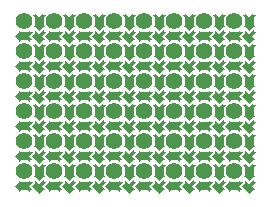
<source format=gbl>
G04 DipTrace 5.1.0.1*
G04 2 - Bottom.gbl*
%MOIN*%
G04 #@! TF.FileFunction,Copper,L2,Bot*
G04 #@! TF.Part,Single*
G04 #@! TA.AperFunction,ComponentPad*
%ADD15C,0.055118*%
%FSLAX26Y26*%
G04*
G70*
G90*
G75*
G01*
G04 Bottom*
%LPD*%
D15*
X712402Y941732D3*
X812402D3*
X912402D3*
X1012402D3*
X1112402D3*
X1212402D3*
X1312402D3*
X1412402D3*
X712402Y841732D3*
X812402D3*
X912402D3*
X1012402D3*
X1112402D3*
X1212402D3*
X1312402D3*
X1412402D3*
X712402Y741732D3*
X812402D3*
X912402D3*
X1012402D3*
X1112402D3*
X1212402D3*
X1312402D3*
X1412402D3*
X712402Y641732D3*
X812402D3*
X912402D3*
X1012402D3*
X1112402D3*
X1212402D3*
X1312402D3*
X1412402D3*
X712402Y541732D3*
X812402D3*
X912402D3*
X1012402D3*
X1112402D3*
X1212402D3*
X1312402D3*
X1412402D3*
X712402Y1041732D3*
X812402D3*
X912402D3*
X1012402D3*
X1112402D3*
X1212402D3*
X1312402D3*
X1412402D3*
G36*
X737008Y891732D2*
X762402Y866339D1*
X774094Y878031D1*
X782992D1*
X769291Y891732D1*
X782953Y905394D1*
X776063D1*
Y912283D1*
X762402Y898622D1*
X748701Y912323D1*
Y903425D1*
X737008Y891732D1*
G37*
G36*
X740748Y922047D2*
X749606D1*
X762402Y909252D1*
X775197Y922047D1*
X784055D1*
X776181Y929921D1*
Y953543D1*
X784055Y961417D1*
X775709D1*
Y969409D1*
X762402Y956102D1*
X748701Y969409D1*
Y961417D1*
X740748D1*
X748622Y953543D1*
Y929921D1*
X740748Y922047D1*
G37*
G36*
X692717Y913386D2*
Y904528D1*
X679921Y891732D1*
X692717Y878937D1*
Y870079D1*
X700591Y877953D1*
X724213D1*
X732087Y870079D1*
Y878425D1*
X740079D1*
X726772Y891732D1*
X740079Y905433D1*
X732087D1*
Y913386D1*
X724213Y905512D1*
X700591D1*
X692717Y913386D1*
G37*
G36*
X837008Y891732D2*
X862402Y866339D1*
X874094Y878031D1*
X882992D1*
X869291Y891732D1*
X882953Y905394D1*
X876063D1*
Y912283D1*
X862402Y898622D1*
X848701Y912323D1*
Y903425D1*
X837008Y891732D1*
G37*
G36*
X840748Y922047D2*
X849606D1*
X862402Y909252D1*
X875197Y922047D1*
X884055D1*
X876181Y929921D1*
Y953543D1*
X884055Y961417D1*
X875709D1*
Y969409D1*
X862402Y956102D1*
X848701Y969409D1*
Y961417D1*
X840748D1*
X848622Y953543D1*
Y929921D1*
X840748Y922047D1*
G37*
G36*
X792717Y913386D2*
Y904528D1*
X779921Y891732D1*
X792717Y878937D1*
Y870079D1*
X800591Y877953D1*
X824213D1*
X832087Y870079D1*
Y878425D1*
X840079D1*
X826772Y891732D1*
X840079Y905433D1*
X832087D1*
Y913386D1*
X824213Y905512D1*
X800591D1*
X792717Y913386D1*
G37*
G36*
X937008Y891732D2*
X962402Y866339D1*
X974094Y878031D1*
X982992D1*
X969291Y891732D1*
X982953Y905394D1*
X976063D1*
Y912283D1*
X962402Y898622D1*
X948701Y912323D1*
Y903425D1*
X937008Y891732D1*
G37*
G36*
X940748Y922047D2*
X949606D1*
X962402Y909252D1*
X975197Y922047D1*
X984055D1*
X976181Y929921D1*
Y953543D1*
X984055Y961417D1*
X975709D1*
Y969409D1*
X962402Y956102D1*
X948701Y969409D1*
Y961417D1*
X940748D1*
X948622Y953543D1*
Y929921D1*
X940748Y922047D1*
G37*
G36*
X892717Y913386D2*
Y904528D1*
X879921Y891732D1*
X892717Y878937D1*
Y870079D1*
X900591Y877953D1*
X924213D1*
X932087Y870079D1*
Y878425D1*
X940079D1*
X926772Y891732D1*
X940079Y905433D1*
X932087D1*
Y913386D1*
X924213Y905512D1*
X900591D1*
X892717Y913386D1*
G37*
G36*
X1037008Y891732D2*
X1062402Y866339D1*
X1074094Y878031D1*
X1082992D1*
X1069291Y891732D1*
X1082953Y905394D1*
X1076063D1*
Y912283D1*
X1062402Y898622D1*
X1048701Y912323D1*
Y903425D1*
X1037008Y891732D1*
G37*
G36*
X1040748Y922047D2*
X1049606D1*
X1062402Y909252D1*
X1075197Y922047D1*
X1084055D1*
X1076181Y929921D1*
Y953543D1*
X1084055Y961417D1*
X1075709D1*
Y969409D1*
X1062402Y956102D1*
X1048701Y969409D1*
Y961417D1*
X1040748D1*
X1048622Y953543D1*
Y929921D1*
X1040748Y922047D1*
G37*
G36*
X992717Y913386D2*
Y904528D1*
X979921Y891732D1*
X992717Y878937D1*
Y870079D1*
X1000591Y877953D1*
X1024213D1*
X1032087Y870079D1*
Y878425D1*
X1040079D1*
X1026772Y891732D1*
X1040079Y905433D1*
X1032087D1*
Y913386D1*
X1024213Y905512D1*
X1000591D1*
X992717Y913386D1*
G37*
G36*
X1137008Y891732D2*
X1162402Y866339D1*
X1174094Y878031D1*
X1182992D1*
X1169291Y891732D1*
X1182953Y905394D1*
X1176063D1*
Y912283D1*
X1162402Y898622D1*
X1148701Y912323D1*
Y903425D1*
X1137008Y891732D1*
G37*
G36*
X1140748Y922047D2*
X1149606D1*
X1162402Y909252D1*
X1175197Y922047D1*
X1184055D1*
X1176181Y929921D1*
Y953543D1*
X1184055Y961417D1*
X1175709D1*
Y969409D1*
X1162402Y956102D1*
X1148701Y969409D1*
Y961417D1*
X1140748D1*
X1148622Y953543D1*
Y929921D1*
X1140748Y922047D1*
G37*
G36*
X1092717Y913386D2*
Y904528D1*
X1079921Y891732D1*
X1092717Y878937D1*
Y870079D1*
X1100591Y877953D1*
X1124213D1*
X1132087Y870079D1*
Y878425D1*
X1140079D1*
X1126772Y891732D1*
X1140079Y905433D1*
X1132087D1*
Y913386D1*
X1124213Y905512D1*
X1100591D1*
X1092717Y913386D1*
G37*
G36*
X1237008Y891732D2*
X1262402Y866339D1*
X1274094Y878031D1*
X1282992D1*
X1269291Y891732D1*
X1282953Y905394D1*
X1276063D1*
Y912283D1*
X1262402Y898622D1*
X1248701Y912323D1*
Y903425D1*
X1237008Y891732D1*
G37*
G36*
X1240748Y922047D2*
X1249606D1*
X1262402Y909252D1*
X1275197Y922047D1*
X1284055D1*
X1276181Y929921D1*
Y953543D1*
X1284055Y961417D1*
X1275709D1*
Y969409D1*
X1262402Y956102D1*
X1248701Y969409D1*
Y961417D1*
X1240748D1*
X1248622Y953543D1*
Y929921D1*
X1240748Y922047D1*
G37*
G36*
X1192717Y913386D2*
Y904528D1*
X1179921Y891732D1*
X1192717Y878937D1*
Y870079D1*
X1200591Y877953D1*
X1224213D1*
X1232087Y870079D1*
Y878425D1*
X1240079D1*
X1226772Y891732D1*
X1240079Y905433D1*
X1232087D1*
Y913386D1*
X1224213Y905512D1*
X1200591D1*
X1192717Y913386D1*
G37*
G36*
X1337008Y891732D2*
X1362402Y866339D1*
X1374094Y878031D1*
X1382992D1*
X1369291Y891732D1*
X1382953Y905394D1*
X1376063D1*
Y912283D1*
X1362402Y898622D1*
X1348701Y912323D1*
Y903425D1*
X1337008Y891732D1*
G37*
G36*
X1340748Y922047D2*
X1349606D1*
X1362402Y909252D1*
X1375197Y922047D1*
X1384055D1*
X1376181Y929921D1*
Y953543D1*
X1384055Y961417D1*
X1375709D1*
Y969409D1*
X1362402Y956102D1*
X1348701Y969409D1*
Y961417D1*
X1340748D1*
X1348622Y953543D1*
Y929921D1*
X1340748Y922047D1*
G37*
G36*
X1292717Y913386D2*
Y904528D1*
X1279921Y891732D1*
X1292717Y878937D1*
Y870079D1*
X1300591Y877953D1*
X1324213D1*
X1332087Y870079D1*
Y878425D1*
X1340079D1*
X1326772Y891732D1*
X1340079Y905433D1*
X1332087D1*
Y913386D1*
X1324213Y905512D1*
X1300591D1*
X1292717Y913386D1*
G37*
G36*
X1437008Y891732D2*
X1462402Y866339D1*
X1474094Y878031D1*
X1482992D1*
X1469291Y891732D1*
X1482953Y905394D1*
X1476063D1*
Y912283D1*
X1462402Y898622D1*
X1448701Y912323D1*
Y903425D1*
X1437008Y891732D1*
G37*
G36*
X1440748Y922047D2*
X1449606D1*
X1462402Y909252D1*
X1475197Y922047D1*
X1484055D1*
X1476181Y929921D1*
Y953543D1*
X1484055Y961417D1*
X1475709D1*
Y969409D1*
X1462402Y956102D1*
X1448701Y969409D1*
Y961417D1*
X1440748D1*
X1448622Y953543D1*
Y929921D1*
X1440748Y922047D1*
G37*
G36*
X1392717Y913386D2*
Y904528D1*
X1379921Y891732D1*
X1392717Y878937D1*
Y870079D1*
X1400591Y877953D1*
X1424213D1*
X1432087Y870079D1*
Y878425D1*
X1440079D1*
X1426772Y891732D1*
X1440079Y905433D1*
X1432087D1*
Y913386D1*
X1424213Y905512D1*
X1400591D1*
X1392717Y913386D1*
G37*
G36*
X737008Y791732D2*
X762402Y766339D1*
X774094Y778031D1*
X782992D1*
X769291Y791732D1*
X782953Y805394D1*
X776063D1*
Y812283D1*
X762402Y798622D1*
X748701Y812323D1*
Y803425D1*
X737008Y791732D1*
G37*
G36*
X740748Y822047D2*
X749606D1*
X762402Y809252D1*
X775197Y822047D1*
X784055D1*
X776181Y829921D1*
Y853543D1*
X784055Y861417D1*
X775709D1*
Y869409D1*
X762402Y856102D1*
X748701Y869409D1*
Y861417D1*
X740748D1*
X748622Y853543D1*
Y829921D1*
X740748Y822047D1*
G37*
G36*
X692717Y813386D2*
Y804528D1*
X679921Y791732D1*
X692717Y778937D1*
Y770079D1*
X700591Y777953D1*
X724213D1*
X732087Y770079D1*
Y778425D1*
X740079D1*
X726772Y791732D1*
X740079Y805433D1*
X732087D1*
Y813386D1*
X724213Y805512D1*
X700591D1*
X692717Y813386D1*
G37*
G36*
X837008Y791732D2*
X862402Y766339D1*
X874094Y778031D1*
X882992D1*
X869291Y791732D1*
X882953Y805394D1*
X876063D1*
Y812283D1*
X862402Y798622D1*
X848701Y812323D1*
Y803425D1*
X837008Y791732D1*
G37*
G36*
X840748Y822047D2*
X849606D1*
X862402Y809252D1*
X875197Y822047D1*
X884055D1*
X876181Y829921D1*
Y853543D1*
X884055Y861417D1*
X875709D1*
Y869409D1*
X862402Y856102D1*
X848701Y869409D1*
Y861417D1*
X840748D1*
X848622Y853543D1*
Y829921D1*
X840748Y822047D1*
G37*
G36*
X792717Y813386D2*
Y804528D1*
X779921Y791732D1*
X792717Y778937D1*
Y770079D1*
X800591Y777953D1*
X824213D1*
X832087Y770079D1*
Y778425D1*
X840079D1*
X826772Y791732D1*
X840079Y805433D1*
X832087D1*
Y813386D1*
X824213Y805512D1*
X800591D1*
X792717Y813386D1*
G37*
G36*
X937008Y791732D2*
X962402Y766339D1*
X974094Y778031D1*
X982992D1*
X969291Y791732D1*
X982953Y805394D1*
X976063D1*
Y812283D1*
X962402Y798622D1*
X948701Y812323D1*
Y803425D1*
X937008Y791732D1*
G37*
G36*
X940748Y822047D2*
X949606D1*
X962402Y809252D1*
X975197Y822047D1*
X984055D1*
X976181Y829921D1*
Y853543D1*
X984055Y861417D1*
X975709D1*
Y869409D1*
X962402Y856102D1*
X948701Y869409D1*
Y861417D1*
X940748D1*
X948622Y853543D1*
Y829921D1*
X940748Y822047D1*
G37*
G36*
X892717Y813386D2*
Y804528D1*
X879921Y791732D1*
X892717Y778937D1*
Y770079D1*
X900591Y777953D1*
X924213D1*
X932087Y770079D1*
Y778425D1*
X940079D1*
X926772Y791732D1*
X940079Y805433D1*
X932087D1*
Y813386D1*
X924213Y805512D1*
X900591D1*
X892717Y813386D1*
G37*
G36*
X1037008Y791732D2*
X1062402Y766339D1*
X1074094Y778031D1*
X1082992D1*
X1069291Y791732D1*
X1082953Y805394D1*
X1076063D1*
Y812283D1*
X1062402Y798622D1*
X1048701Y812323D1*
Y803425D1*
X1037008Y791732D1*
G37*
G36*
X1040748Y822047D2*
X1049606D1*
X1062402Y809252D1*
X1075197Y822047D1*
X1084055D1*
X1076181Y829921D1*
Y853543D1*
X1084055Y861417D1*
X1075709D1*
Y869409D1*
X1062402Y856102D1*
X1048701Y869409D1*
Y861417D1*
X1040748D1*
X1048622Y853543D1*
Y829921D1*
X1040748Y822047D1*
G37*
G36*
X992717Y813386D2*
Y804528D1*
X979921Y791732D1*
X992717Y778937D1*
Y770079D1*
X1000591Y777953D1*
X1024213D1*
X1032087Y770079D1*
Y778425D1*
X1040079D1*
X1026772Y791732D1*
X1040079Y805433D1*
X1032087D1*
Y813386D1*
X1024213Y805512D1*
X1000591D1*
X992717Y813386D1*
G37*
G36*
X1137008Y791732D2*
X1162402Y766339D1*
X1174094Y778031D1*
X1182992D1*
X1169291Y791732D1*
X1182953Y805394D1*
X1176063D1*
Y812283D1*
X1162402Y798622D1*
X1148701Y812323D1*
Y803425D1*
X1137008Y791732D1*
G37*
G36*
X1140748Y822047D2*
X1149606D1*
X1162402Y809252D1*
X1175197Y822047D1*
X1184055D1*
X1176181Y829921D1*
Y853543D1*
X1184055Y861417D1*
X1175709D1*
Y869409D1*
X1162402Y856102D1*
X1148701Y869409D1*
Y861417D1*
X1140748D1*
X1148622Y853543D1*
Y829921D1*
X1140748Y822047D1*
G37*
G36*
X1092717Y813386D2*
Y804528D1*
X1079921Y791732D1*
X1092717Y778937D1*
Y770079D1*
X1100591Y777953D1*
X1124213D1*
X1132087Y770079D1*
Y778425D1*
X1140079D1*
X1126772Y791732D1*
X1140079Y805433D1*
X1132087D1*
Y813386D1*
X1124213Y805512D1*
X1100591D1*
X1092717Y813386D1*
G37*
G36*
X1237008Y791732D2*
X1262402Y766339D1*
X1274094Y778031D1*
X1282992D1*
X1269291Y791732D1*
X1282953Y805394D1*
X1276063D1*
Y812283D1*
X1262402Y798622D1*
X1248701Y812323D1*
Y803425D1*
X1237008Y791732D1*
G37*
G36*
X1240748Y822047D2*
X1249606D1*
X1262402Y809252D1*
X1275197Y822047D1*
X1284055D1*
X1276181Y829921D1*
Y853543D1*
X1284055Y861417D1*
X1275709D1*
Y869409D1*
X1262402Y856102D1*
X1248701Y869409D1*
Y861417D1*
X1240748D1*
X1248622Y853543D1*
Y829921D1*
X1240748Y822047D1*
G37*
G36*
X1192717Y813386D2*
Y804528D1*
X1179921Y791732D1*
X1192717Y778937D1*
Y770079D1*
X1200591Y777953D1*
X1224213D1*
X1232087Y770079D1*
Y778425D1*
X1240079D1*
X1226772Y791732D1*
X1240079Y805433D1*
X1232087D1*
Y813386D1*
X1224213Y805512D1*
X1200591D1*
X1192717Y813386D1*
G37*
G36*
X1337008Y791732D2*
X1362402Y766339D1*
X1374094Y778031D1*
X1382992D1*
X1369291Y791732D1*
X1382953Y805394D1*
X1376063D1*
Y812283D1*
X1362402Y798622D1*
X1348701Y812323D1*
Y803425D1*
X1337008Y791732D1*
G37*
G36*
X1340748Y822047D2*
X1349606D1*
X1362402Y809252D1*
X1375197Y822047D1*
X1384055D1*
X1376181Y829921D1*
Y853543D1*
X1384055Y861417D1*
X1375709D1*
Y869409D1*
X1362402Y856102D1*
X1348701Y869409D1*
Y861417D1*
X1340748D1*
X1348622Y853543D1*
Y829921D1*
X1340748Y822047D1*
G37*
G36*
X1292717Y813386D2*
Y804528D1*
X1279921Y791732D1*
X1292717Y778937D1*
Y770079D1*
X1300591Y777953D1*
X1324213D1*
X1332087Y770079D1*
Y778425D1*
X1340079D1*
X1326772Y791732D1*
X1340079Y805433D1*
X1332087D1*
Y813386D1*
X1324213Y805512D1*
X1300591D1*
X1292717Y813386D1*
G37*
G36*
X1437008Y791732D2*
X1462402Y766339D1*
X1474094Y778031D1*
X1482992D1*
X1469291Y791732D1*
X1482953Y805394D1*
X1476063D1*
Y812283D1*
X1462402Y798622D1*
X1448701Y812323D1*
Y803425D1*
X1437008Y791732D1*
G37*
G36*
X1440748Y822047D2*
X1449606D1*
X1462402Y809252D1*
X1475197Y822047D1*
X1484055D1*
X1476181Y829921D1*
Y853543D1*
X1484055Y861417D1*
X1475709D1*
Y869409D1*
X1462402Y856102D1*
X1448701Y869409D1*
Y861417D1*
X1440748D1*
X1448622Y853543D1*
Y829921D1*
X1440748Y822047D1*
G37*
G36*
X1392717Y813386D2*
Y804528D1*
X1379921Y791732D1*
X1392717Y778937D1*
Y770079D1*
X1400591Y777953D1*
X1424213D1*
X1432087Y770079D1*
Y778425D1*
X1440079D1*
X1426772Y791732D1*
X1440079Y805433D1*
X1432087D1*
Y813386D1*
X1424213Y805512D1*
X1400591D1*
X1392717Y813386D1*
G37*
G36*
X737008Y691732D2*
X762402Y666339D1*
X774094Y678031D1*
X782992D1*
X769291Y691732D1*
X782953Y705394D1*
X776063D1*
Y712283D1*
X762402Y698622D1*
X748701Y712323D1*
Y703425D1*
X737008Y691732D1*
G37*
G36*
X740748Y722047D2*
X749606D1*
X762402Y709252D1*
X775197Y722047D1*
X784055D1*
X776181Y729921D1*
Y753543D1*
X784055Y761417D1*
X775709D1*
Y769409D1*
X762402Y756102D1*
X748701Y769409D1*
Y761417D1*
X740748D1*
X748622Y753543D1*
Y729921D1*
X740748Y722047D1*
G37*
G36*
X692717Y713386D2*
Y704528D1*
X679921Y691732D1*
X692717Y678937D1*
Y670079D1*
X700591Y677953D1*
X724213D1*
X732087Y670079D1*
Y678425D1*
X740079D1*
X726772Y691732D1*
X740079Y705433D1*
X732087D1*
Y713386D1*
X724213Y705512D1*
X700591D1*
X692717Y713386D1*
G37*
G36*
X837008Y691732D2*
X862402Y666339D1*
X874094Y678031D1*
X882992D1*
X869291Y691732D1*
X882953Y705394D1*
X876063D1*
Y712283D1*
X862402Y698622D1*
X848701Y712323D1*
Y703425D1*
X837008Y691732D1*
G37*
G36*
X840748Y722047D2*
X849606D1*
X862402Y709252D1*
X875197Y722047D1*
X884055D1*
X876181Y729921D1*
Y753543D1*
X884055Y761417D1*
X875709D1*
Y769409D1*
X862402Y756102D1*
X848701Y769409D1*
Y761417D1*
X840748D1*
X848622Y753543D1*
Y729921D1*
X840748Y722047D1*
G37*
G36*
X792717Y713386D2*
Y704528D1*
X779921Y691732D1*
X792717Y678937D1*
Y670079D1*
X800591Y677953D1*
X824213D1*
X832087Y670079D1*
Y678425D1*
X840079D1*
X826772Y691732D1*
X840079Y705433D1*
X832087D1*
Y713386D1*
X824213Y705512D1*
X800591D1*
X792717Y713386D1*
G37*
G36*
X937008Y691732D2*
X962402Y666339D1*
X974094Y678031D1*
X982992D1*
X969291Y691732D1*
X982953Y705394D1*
X976063D1*
Y712283D1*
X962402Y698622D1*
X948701Y712323D1*
Y703425D1*
X937008Y691732D1*
G37*
G36*
X940748Y722047D2*
X949606D1*
X962402Y709252D1*
X975197Y722047D1*
X984055D1*
X976181Y729921D1*
Y753543D1*
X984055Y761417D1*
X975709D1*
Y769409D1*
X962402Y756102D1*
X948701Y769409D1*
Y761417D1*
X940748D1*
X948622Y753543D1*
Y729921D1*
X940748Y722047D1*
G37*
G36*
X892717Y713386D2*
Y704528D1*
X879921Y691732D1*
X892717Y678937D1*
Y670079D1*
X900591Y677953D1*
X924213D1*
X932087Y670079D1*
Y678425D1*
X940079D1*
X926772Y691732D1*
X940079Y705433D1*
X932087D1*
Y713386D1*
X924213Y705512D1*
X900591D1*
X892717Y713386D1*
G37*
G36*
X1037008Y691732D2*
X1062402Y666339D1*
X1074094Y678031D1*
X1082992D1*
X1069291Y691732D1*
X1082953Y705394D1*
X1076063D1*
Y712283D1*
X1062402Y698622D1*
X1048701Y712323D1*
Y703425D1*
X1037008Y691732D1*
G37*
G36*
X1040748Y722047D2*
X1049606D1*
X1062402Y709252D1*
X1075197Y722047D1*
X1084055D1*
X1076181Y729921D1*
Y753543D1*
X1084055Y761417D1*
X1075709D1*
Y769409D1*
X1062402Y756102D1*
X1048701Y769409D1*
Y761417D1*
X1040748D1*
X1048622Y753543D1*
Y729921D1*
X1040748Y722047D1*
G37*
G36*
X992717Y713386D2*
Y704528D1*
X979921Y691732D1*
X992717Y678937D1*
Y670079D1*
X1000591Y677953D1*
X1024213D1*
X1032087Y670079D1*
Y678425D1*
X1040079D1*
X1026772Y691732D1*
X1040079Y705433D1*
X1032087D1*
Y713386D1*
X1024213Y705512D1*
X1000591D1*
X992717Y713386D1*
G37*
G36*
X1137008Y691732D2*
X1162402Y666339D1*
X1174094Y678031D1*
X1182992D1*
X1169291Y691732D1*
X1182953Y705394D1*
X1176063D1*
Y712283D1*
X1162402Y698622D1*
X1148701Y712323D1*
Y703425D1*
X1137008Y691732D1*
G37*
G36*
X1140748Y722047D2*
X1149606D1*
X1162402Y709252D1*
X1175197Y722047D1*
X1184055D1*
X1176181Y729921D1*
Y753543D1*
X1184055Y761417D1*
X1175709D1*
Y769409D1*
X1162402Y756102D1*
X1148701Y769409D1*
Y761417D1*
X1140748D1*
X1148622Y753543D1*
Y729921D1*
X1140748Y722047D1*
G37*
G36*
X1092717Y713386D2*
Y704528D1*
X1079921Y691732D1*
X1092717Y678937D1*
Y670079D1*
X1100591Y677953D1*
X1124213D1*
X1132087Y670079D1*
Y678425D1*
X1140079D1*
X1126772Y691732D1*
X1140079Y705433D1*
X1132087D1*
Y713386D1*
X1124213Y705512D1*
X1100591D1*
X1092717Y713386D1*
G37*
G36*
X1237008Y691732D2*
X1262402Y666339D1*
X1274094Y678031D1*
X1282992D1*
X1269291Y691732D1*
X1282953Y705394D1*
X1276063D1*
Y712283D1*
X1262402Y698622D1*
X1248701Y712323D1*
Y703425D1*
X1237008Y691732D1*
G37*
G36*
X1240748Y722047D2*
X1249606D1*
X1262402Y709252D1*
X1275197Y722047D1*
X1284055D1*
X1276181Y729921D1*
Y753543D1*
X1284055Y761417D1*
X1275709D1*
Y769409D1*
X1262402Y756102D1*
X1248701Y769409D1*
Y761417D1*
X1240748D1*
X1248622Y753543D1*
Y729921D1*
X1240748Y722047D1*
G37*
G36*
X1192717Y713386D2*
Y704528D1*
X1179921Y691732D1*
X1192717Y678937D1*
Y670079D1*
X1200591Y677953D1*
X1224213D1*
X1232087Y670079D1*
Y678425D1*
X1240079D1*
X1226772Y691732D1*
X1240079Y705433D1*
X1232087D1*
Y713386D1*
X1224213Y705512D1*
X1200591D1*
X1192717Y713386D1*
G37*
G36*
X1337008Y691732D2*
X1362402Y666339D1*
X1374094Y678031D1*
X1382992D1*
X1369291Y691732D1*
X1382953Y705394D1*
X1376063D1*
Y712283D1*
X1362402Y698622D1*
X1348701Y712323D1*
Y703425D1*
X1337008Y691732D1*
G37*
G36*
X1340748Y722047D2*
X1349606D1*
X1362402Y709252D1*
X1375197Y722047D1*
X1384055D1*
X1376181Y729921D1*
Y753543D1*
X1384055Y761417D1*
X1375709D1*
Y769409D1*
X1362402Y756102D1*
X1348701Y769409D1*
Y761417D1*
X1340748D1*
X1348622Y753543D1*
Y729921D1*
X1340748Y722047D1*
G37*
G36*
X1292717Y713386D2*
Y704528D1*
X1279921Y691732D1*
X1292717Y678937D1*
Y670079D1*
X1300591Y677953D1*
X1324213D1*
X1332087Y670079D1*
Y678425D1*
X1340079D1*
X1326772Y691732D1*
X1340079Y705433D1*
X1332087D1*
Y713386D1*
X1324213Y705512D1*
X1300591D1*
X1292717Y713386D1*
G37*
G36*
X1437008Y691732D2*
X1462402Y666339D1*
X1474094Y678031D1*
X1482992D1*
X1469291Y691732D1*
X1482953Y705394D1*
X1476063D1*
Y712283D1*
X1462402Y698622D1*
X1448701Y712323D1*
Y703425D1*
X1437008Y691732D1*
G37*
G36*
X1440748Y722047D2*
X1449606D1*
X1462402Y709252D1*
X1475197Y722047D1*
X1484055D1*
X1476181Y729921D1*
Y753543D1*
X1484055Y761417D1*
X1475709D1*
Y769409D1*
X1462402Y756102D1*
X1448701Y769409D1*
Y761417D1*
X1440748D1*
X1448622Y753543D1*
Y729921D1*
X1440748Y722047D1*
G37*
G36*
X1392717Y713386D2*
Y704528D1*
X1379921Y691732D1*
X1392717Y678937D1*
Y670079D1*
X1400591Y677953D1*
X1424213D1*
X1432087Y670079D1*
Y678425D1*
X1440079D1*
X1426772Y691732D1*
X1440079Y705433D1*
X1432087D1*
Y713386D1*
X1424213Y705512D1*
X1400591D1*
X1392717Y713386D1*
G37*
G36*
X737008Y591732D2*
X762402Y566339D1*
X774094Y578031D1*
X782992D1*
X769291Y591732D1*
X782953Y605394D1*
X776063D1*
Y612283D1*
X762402Y598622D1*
X748701Y612323D1*
Y603425D1*
X737008Y591732D1*
G37*
G36*
X740748Y622047D2*
X749606D1*
X762402Y609252D1*
X775197Y622047D1*
X784055D1*
X776181Y629921D1*
Y653543D1*
X784055Y661417D1*
X775709D1*
Y669409D1*
X762402Y656102D1*
X748701Y669409D1*
Y661417D1*
X740748D1*
X748622Y653543D1*
Y629921D1*
X740748Y622047D1*
G37*
G36*
X692717Y613386D2*
Y604528D1*
X679921Y591732D1*
X692717Y578937D1*
Y570079D1*
X700591Y577953D1*
X724213D1*
X732087Y570079D1*
Y578425D1*
X740079D1*
X726772Y591732D1*
X740079Y605433D1*
X732087D1*
Y613386D1*
X724213Y605512D1*
X700591D1*
X692717Y613386D1*
G37*
G36*
X837008Y591732D2*
X862402Y566339D1*
X874094Y578031D1*
X882992D1*
X869291Y591732D1*
X882953Y605394D1*
X876063D1*
Y612283D1*
X862402Y598622D1*
X848701Y612323D1*
Y603425D1*
X837008Y591732D1*
G37*
G36*
X840748Y622047D2*
X849606D1*
X862402Y609252D1*
X875197Y622047D1*
X884055D1*
X876181Y629921D1*
Y653543D1*
X884055Y661417D1*
X875709D1*
Y669409D1*
X862402Y656102D1*
X848701Y669409D1*
Y661417D1*
X840748D1*
X848622Y653543D1*
Y629921D1*
X840748Y622047D1*
G37*
G36*
X792717Y613386D2*
Y604528D1*
X779921Y591732D1*
X792717Y578937D1*
Y570079D1*
X800591Y577953D1*
X824213D1*
X832087Y570079D1*
Y578425D1*
X840079D1*
X826772Y591732D1*
X840079Y605433D1*
X832087D1*
Y613386D1*
X824213Y605512D1*
X800591D1*
X792717Y613386D1*
G37*
G36*
X937008Y591732D2*
X962402Y566339D1*
X974094Y578031D1*
X982992D1*
X969291Y591732D1*
X982953Y605394D1*
X976063D1*
Y612283D1*
X962402Y598622D1*
X948701Y612323D1*
Y603425D1*
X937008Y591732D1*
G37*
G36*
X940748Y622047D2*
X949606D1*
X962402Y609252D1*
X975197Y622047D1*
X984055D1*
X976181Y629921D1*
Y653543D1*
X984055Y661417D1*
X975709D1*
Y669409D1*
X962402Y656102D1*
X948701Y669409D1*
Y661417D1*
X940748D1*
X948622Y653543D1*
Y629921D1*
X940748Y622047D1*
G37*
G36*
X892717Y613386D2*
Y604528D1*
X879921Y591732D1*
X892717Y578937D1*
Y570079D1*
X900591Y577953D1*
X924213D1*
X932087Y570079D1*
Y578425D1*
X940079D1*
X926772Y591732D1*
X940079Y605433D1*
X932087D1*
Y613386D1*
X924213Y605512D1*
X900591D1*
X892717Y613386D1*
G37*
G36*
X1037008Y591732D2*
X1062402Y566339D1*
X1074094Y578031D1*
X1082992D1*
X1069291Y591732D1*
X1082953Y605394D1*
X1076063D1*
Y612283D1*
X1062402Y598622D1*
X1048701Y612323D1*
Y603425D1*
X1037008Y591732D1*
G37*
G36*
X1040748Y622047D2*
X1049606D1*
X1062402Y609252D1*
X1075197Y622047D1*
X1084055D1*
X1076181Y629921D1*
Y653543D1*
X1084055Y661417D1*
X1075709D1*
Y669409D1*
X1062402Y656102D1*
X1048701Y669409D1*
Y661417D1*
X1040748D1*
X1048622Y653543D1*
Y629921D1*
X1040748Y622047D1*
G37*
G36*
X992717Y613386D2*
Y604528D1*
X979921Y591732D1*
X992717Y578937D1*
Y570079D1*
X1000591Y577953D1*
X1024213D1*
X1032087Y570079D1*
Y578425D1*
X1040079D1*
X1026772Y591732D1*
X1040079Y605433D1*
X1032087D1*
Y613386D1*
X1024213Y605512D1*
X1000591D1*
X992717Y613386D1*
G37*
G36*
X1137008Y591732D2*
X1162402Y566339D1*
X1174094Y578031D1*
X1182992D1*
X1169291Y591732D1*
X1182953Y605394D1*
X1176063D1*
Y612283D1*
X1162402Y598622D1*
X1148701Y612323D1*
Y603425D1*
X1137008Y591732D1*
G37*
G36*
X1140748Y622047D2*
X1149606D1*
X1162402Y609252D1*
X1175197Y622047D1*
X1184055D1*
X1176181Y629921D1*
Y653543D1*
X1184055Y661417D1*
X1175709D1*
Y669409D1*
X1162402Y656102D1*
X1148701Y669409D1*
Y661417D1*
X1140748D1*
X1148622Y653543D1*
Y629921D1*
X1140748Y622047D1*
G37*
G36*
X1092717Y613386D2*
Y604528D1*
X1079921Y591732D1*
X1092717Y578937D1*
Y570079D1*
X1100591Y577953D1*
X1124213D1*
X1132087Y570079D1*
Y578425D1*
X1140079D1*
X1126772Y591732D1*
X1140079Y605433D1*
X1132087D1*
Y613386D1*
X1124213Y605512D1*
X1100591D1*
X1092717Y613386D1*
G37*
G36*
X1237008Y591732D2*
X1262402Y566339D1*
X1274094Y578031D1*
X1282992D1*
X1269291Y591732D1*
X1282953Y605394D1*
X1276063D1*
Y612283D1*
X1262402Y598622D1*
X1248701Y612323D1*
Y603425D1*
X1237008Y591732D1*
G37*
G36*
X1240748Y622047D2*
X1249606D1*
X1262402Y609252D1*
X1275197Y622047D1*
X1284055D1*
X1276181Y629921D1*
Y653543D1*
X1284055Y661417D1*
X1275709D1*
Y669409D1*
X1262402Y656102D1*
X1248701Y669409D1*
Y661417D1*
X1240748D1*
X1248622Y653543D1*
Y629921D1*
X1240748Y622047D1*
G37*
G36*
X1192717Y613386D2*
Y604528D1*
X1179921Y591732D1*
X1192717Y578937D1*
Y570079D1*
X1200591Y577953D1*
X1224213D1*
X1232087Y570079D1*
Y578425D1*
X1240079D1*
X1226772Y591732D1*
X1240079Y605433D1*
X1232087D1*
Y613386D1*
X1224213Y605512D1*
X1200591D1*
X1192717Y613386D1*
G37*
G36*
X1337008Y591732D2*
X1362402Y566339D1*
X1374094Y578031D1*
X1382992D1*
X1369291Y591732D1*
X1382953Y605394D1*
X1376063D1*
Y612283D1*
X1362402Y598622D1*
X1348701Y612323D1*
Y603425D1*
X1337008Y591732D1*
G37*
G36*
X1340748Y622047D2*
X1349606D1*
X1362402Y609252D1*
X1375197Y622047D1*
X1384055D1*
X1376181Y629921D1*
Y653543D1*
X1384055Y661417D1*
X1375709D1*
Y669409D1*
X1362402Y656102D1*
X1348701Y669409D1*
Y661417D1*
X1340748D1*
X1348622Y653543D1*
Y629921D1*
X1340748Y622047D1*
G37*
G36*
X1292717Y613386D2*
Y604528D1*
X1279921Y591732D1*
X1292717Y578937D1*
Y570079D1*
X1300591Y577953D1*
X1324213D1*
X1332087Y570079D1*
Y578425D1*
X1340079D1*
X1326772Y591732D1*
X1340079Y605433D1*
X1332087D1*
Y613386D1*
X1324213Y605512D1*
X1300591D1*
X1292717Y613386D1*
G37*
G36*
X1437008Y591732D2*
X1462402Y566339D1*
X1474094Y578031D1*
X1482992D1*
X1469291Y591732D1*
X1482953Y605394D1*
X1476063D1*
Y612283D1*
X1462402Y598622D1*
X1448701Y612323D1*
Y603425D1*
X1437008Y591732D1*
G37*
G36*
X1440748Y622047D2*
X1449606D1*
X1462402Y609252D1*
X1475197Y622047D1*
X1484055D1*
X1476181Y629921D1*
Y653543D1*
X1484055Y661417D1*
X1475709D1*
Y669409D1*
X1462402Y656102D1*
X1448701Y669409D1*
Y661417D1*
X1440748D1*
X1448622Y653543D1*
Y629921D1*
X1440748Y622047D1*
G37*
G36*
X1392717Y613386D2*
Y604528D1*
X1379921Y591732D1*
X1392717Y578937D1*
Y570079D1*
X1400591Y577953D1*
X1424213D1*
X1432087Y570079D1*
Y578425D1*
X1440079D1*
X1426772Y591732D1*
X1440079Y605433D1*
X1432087D1*
Y613386D1*
X1424213Y605512D1*
X1400591D1*
X1392717Y613386D1*
G37*
G36*
X737008Y491732D2*
X762402Y466339D1*
X774094Y478031D1*
X782992D1*
X769291Y491732D1*
X782953Y505394D1*
X776063D1*
Y512283D1*
X762402Y498622D1*
X748701Y512323D1*
Y503425D1*
X737008Y491732D1*
G37*
G36*
X740748Y522047D2*
X749606D1*
X762402Y509252D1*
X775197Y522047D1*
X784055D1*
X776181Y529921D1*
Y553543D1*
X784055Y561417D1*
X775709D1*
Y569409D1*
X762402Y556102D1*
X748701Y569409D1*
Y561417D1*
X740748D1*
X748622Y553543D1*
Y529921D1*
X740748Y522047D1*
G37*
G36*
X692717Y513386D2*
Y504528D1*
X679921Y491732D1*
X692717Y478937D1*
Y470079D1*
X700591Y477953D1*
X724213D1*
X732087Y470079D1*
Y478425D1*
X740079D1*
X726772Y491732D1*
X740079Y505433D1*
X732087D1*
Y513386D1*
X724213Y505512D1*
X700591D1*
X692717Y513386D1*
G37*
G36*
X837008Y491732D2*
X862402Y466339D1*
X874094Y478031D1*
X882992D1*
X869291Y491732D1*
X882953Y505394D1*
X876063D1*
Y512283D1*
X862402Y498622D1*
X848701Y512323D1*
Y503425D1*
X837008Y491732D1*
G37*
G36*
X840748Y522047D2*
X849606D1*
X862402Y509252D1*
X875197Y522047D1*
X884055D1*
X876181Y529921D1*
Y553543D1*
X884055Y561417D1*
X875709D1*
Y569409D1*
X862402Y556102D1*
X848701Y569409D1*
Y561417D1*
X840748D1*
X848622Y553543D1*
Y529921D1*
X840748Y522047D1*
G37*
G36*
X792717Y513386D2*
Y504528D1*
X779921Y491732D1*
X792717Y478937D1*
Y470079D1*
X800591Y477953D1*
X824213D1*
X832087Y470079D1*
Y478425D1*
X840079D1*
X826772Y491732D1*
X840079Y505433D1*
X832087D1*
Y513386D1*
X824213Y505512D1*
X800591D1*
X792717Y513386D1*
G37*
G36*
X937008Y491732D2*
X962402Y466339D1*
X974094Y478031D1*
X982992D1*
X969291Y491732D1*
X982953Y505394D1*
X976063D1*
Y512283D1*
X962402Y498622D1*
X948701Y512323D1*
Y503425D1*
X937008Y491732D1*
G37*
G36*
X940748Y522047D2*
X949606D1*
X962402Y509252D1*
X975197Y522047D1*
X984055D1*
X976181Y529921D1*
Y553543D1*
X984055Y561417D1*
X975709D1*
Y569409D1*
X962402Y556102D1*
X948701Y569409D1*
Y561417D1*
X940748D1*
X948622Y553543D1*
Y529921D1*
X940748Y522047D1*
G37*
G36*
X892717Y513386D2*
Y504528D1*
X879921Y491732D1*
X892717Y478937D1*
Y470079D1*
X900591Y477953D1*
X924213D1*
X932087Y470079D1*
Y478425D1*
X940079D1*
X926772Y491732D1*
X940079Y505433D1*
X932087D1*
Y513386D1*
X924213Y505512D1*
X900591D1*
X892717Y513386D1*
G37*
G36*
X1037008Y491732D2*
X1062402Y466339D1*
X1074094Y478031D1*
X1082992D1*
X1069291Y491732D1*
X1082953Y505394D1*
X1076063D1*
Y512283D1*
X1062402Y498622D1*
X1048701Y512323D1*
Y503425D1*
X1037008Y491732D1*
G37*
G36*
X1040748Y522047D2*
X1049606D1*
X1062402Y509252D1*
X1075197Y522047D1*
X1084055D1*
X1076181Y529921D1*
Y553543D1*
X1084055Y561417D1*
X1075709D1*
Y569409D1*
X1062402Y556102D1*
X1048701Y569409D1*
Y561417D1*
X1040748D1*
X1048622Y553543D1*
Y529921D1*
X1040748Y522047D1*
G37*
G36*
X992717Y513386D2*
Y504528D1*
X979921Y491732D1*
X992717Y478937D1*
Y470079D1*
X1000591Y477953D1*
X1024213D1*
X1032087Y470079D1*
Y478425D1*
X1040079D1*
X1026772Y491732D1*
X1040079Y505433D1*
X1032087D1*
Y513386D1*
X1024213Y505512D1*
X1000591D1*
X992717Y513386D1*
G37*
G36*
X1137008Y491732D2*
X1162402Y466339D1*
X1174094Y478031D1*
X1182992D1*
X1169291Y491732D1*
X1182953Y505394D1*
X1176063D1*
Y512283D1*
X1162402Y498622D1*
X1148701Y512323D1*
Y503425D1*
X1137008Y491732D1*
G37*
G36*
X1140748Y522047D2*
X1149606D1*
X1162402Y509252D1*
X1175197Y522047D1*
X1184055D1*
X1176181Y529921D1*
Y553543D1*
X1184055Y561417D1*
X1175709D1*
Y569409D1*
X1162402Y556102D1*
X1148701Y569409D1*
Y561417D1*
X1140748D1*
X1148622Y553543D1*
Y529921D1*
X1140748Y522047D1*
G37*
G36*
X1092717Y513386D2*
Y504528D1*
X1079921Y491732D1*
X1092717Y478937D1*
Y470079D1*
X1100591Y477953D1*
X1124213D1*
X1132087Y470079D1*
Y478425D1*
X1140079D1*
X1126772Y491732D1*
X1140079Y505433D1*
X1132087D1*
Y513386D1*
X1124213Y505512D1*
X1100591D1*
X1092717Y513386D1*
G37*
G36*
X1237008Y491732D2*
X1262402Y466339D1*
X1274094Y478031D1*
X1282992D1*
X1269291Y491732D1*
X1282953Y505394D1*
X1276063D1*
Y512283D1*
X1262402Y498622D1*
X1248701Y512323D1*
Y503425D1*
X1237008Y491732D1*
G37*
G36*
X1240748Y522047D2*
X1249606D1*
X1262402Y509252D1*
X1275197Y522047D1*
X1284055D1*
X1276181Y529921D1*
Y553543D1*
X1284055Y561417D1*
X1275709D1*
Y569409D1*
X1262402Y556102D1*
X1248701Y569409D1*
Y561417D1*
X1240748D1*
X1248622Y553543D1*
Y529921D1*
X1240748Y522047D1*
G37*
G36*
X1192717Y513386D2*
Y504528D1*
X1179921Y491732D1*
X1192717Y478937D1*
Y470079D1*
X1200591Y477953D1*
X1224213D1*
X1232087Y470079D1*
Y478425D1*
X1240079D1*
X1226772Y491732D1*
X1240079Y505433D1*
X1232087D1*
Y513386D1*
X1224213Y505512D1*
X1200591D1*
X1192717Y513386D1*
G37*
G36*
X1337008Y491732D2*
X1362402Y466339D1*
X1374094Y478031D1*
X1382992D1*
X1369291Y491732D1*
X1382953Y505394D1*
X1376063D1*
Y512283D1*
X1362402Y498622D1*
X1348701Y512323D1*
Y503425D1*
X1337008Y491732D1*
G37*
G36*
X1340748Y522047D2*
X1349606D1*
X1362402Y509252D1*
X1375197Y522047D1*
X1384055D1*
X1376181Y529921D1*
Y553543D1*
X1384055Y561417D1*
X1375709D1*
Y569409D1*
X1362402Y556102D1*
X1348701Y569409D1*
Y561417D1*
X1340748D1*
X1348622Y553543D1*
Y529921D1*
X1340748Y522047D1*
G37*
G36*
X1292717Y513386D2*
Y504528D1*
X1279921Y491732D1*
X1292717Y478937D1*
Y470079D1*
X1300591Y477953D1*
X1324213D1*
X1332087Y470079D1*
Y478425D1*
X1340079D1*
X1326772Y491732D1*
X1340079Y505433D1*
X1332087D1*
Y513386D1*
X1324213Y505512D1*
X1300591D1*
X1292717Y513386D1*
G37*
G36*
X1437008Y491732D2*
X1462402Y466339D1*
X1474094Y478031D1*
X1482992D1*
X1469291Y491732D1*
X1482953Y505394D1*
X1476063D1*
Y512283D1*
X1462402Y498622D1*
X1448701Y512323D1*
Y503425D1*
X1437008Y491732D1*
G37*
G36*
X1440748Y522047D2*
X1449606D1*
X1462402Y509252D1*
X1475197Y522047D1*
X1484055D1*
X1476181Y529921D1*
Y553543D1*
X1484055Y561417D1*
X1475709D1*
Y569409D1*
X1462402Y556102D1*
X1448701Y569409D1*
Y561417D1*
X1440748D1*
X1448622Y553543D1*
Y529921D1*
X1440748Y522047D1*
G37*
G36*
X1392717Y513386D2*
Y504528D1*
X1379921Y491732D1*
X1392717Y478937D1*
Y470079D1*
X1400591Y477953D1*
X1424213D1*
X1432087Y470079D1*
Y478425D1*
X1440079D1*
X1426772Y491732D1*
X1440079Y505433D1*
X1432087D1*
Y513386D1*
X1424213Y505512D1*
X1400591D1*
X1392717Y513386D1*
G37*
G36*
X737008Y991732D2*
X762402Y966339D1*
X774094Y978031D1*
X782992D1*
X769291Y991732D1*
X782953Y1005394D1*
X776063D1*
Y1012283D1*
X762402Y998622D1*
X748701Y1012323D1*
Y1003425D1*
X737008Y991732D1*
G37*
G36*
X740748Y1022047D2*
X749606D1*
X762402Y1009252D1*
X775197Y1022047D1*
X784055D1*
X776181Y1029921D1*
Y1053543D1*
X784055Y1061417D1*
X775709D1*
Y1069409D1*
X762402Y1056102D1*
X748701Y1069409D1*
Y1061417D1*
X740748D1*
X748622Y1053543D1*
Y1029921D1*
X740748Y1022047D1*
G37*
G36*
X692717Y1013386D2*
Y1004528D1*
X679921Y991732D1*
X692717Y978937D1*
Y970079D1*
X700591Y977953D1*
X724213D1*
X732087Y970079D1*
Y978425D1*
X740079D1*
X726772Y991732D1*
X740079Y1005433D1*
X732087D1*
Y1013386D1*
X724213Y1005512D1*
X700591D1*
X692717Y1013386D1*
G37*
G36*
X837008Y991732D2*
X862402Y966339D1*
X874094Y978031D1*
X882992D1*
X869291Y991732D1*
X882953Y1005394D1*
X876063D1*
Y1012283D1*
X862402Y998622D1*
X848701Y1012323D1*
Y1003425D1*
X837008Y991732D1*
G37*
G36*
X840748Y1022047D2*
X849606D1*
X862402Y1009252D1*
X875197Y1022047D1*
X884055D1*
X876181Y1029921D1*
Y1053543D1*
X884055Y1061417D1*
X875709D1*
Y1069409D1*
X862402Y1056102D1*
X848701Y1069409D1*
Y1061417D1*
X840748D1*
X848622Y1053543D1*
Y1029921D1*
X840748Y1022047D1*
G37*
G36*
X792717Y1013386D2*
Y1004528D1*
X779921Y991732D1*
X792717Y978937D1*
Y970079D1*
X800591Y977953D1*
X824213D1*
X832087Y970079D1*
Y978425D1*
X840079D1*
X826772Y991732D1*
X840079Y1005433D1*
X832087D1*
Y1013386D1*
X824213Y1005512D1*
X800591D1*
X792717Y1013386D1*
G37*
G36*
X937008Y991732D2*
X962402Y966339D1*
X974094Y978031D1*
X982992D1*
X969291Y991732D1*
X982953Y1005394D1*
X976063D1*
Y1012283D1*
X962402Y998622D1*
X948701Y1012323D1*
Y1003425D1*
X937008Y991732D1*
G37*
G36*
X940748Y1022047D2*
X949606D1*
X962402Y1009252D1*
X975197Y1022047D1*
X984055D1*
X976181Y1029921D1*
Y1053543D1*
X984055Y1061417D1*
X975709D1*
Y1069409D1*
X962402Y1056102D1*
X948701Y1069409D1*
Y1061417D1*
X940748D1*
X948622Y1053543D1*
Y1029921D1*
X940748Y1022047D1*
G37*
G36*
X892717Y1013386D2*
Y1004528D1*
X879921Y991732D1*
X892717Y978937D1*
Y970079D1*
X900591Y977953D1*
X924213D1*
X932087Y970079D1*
Y978425D1*
X940079D1*
X926772Y991732D1*
X940079Y1005433D1*
X932087D1*
Y1013386D1*
X924213Y1005512D1*
X900591D1*
X892717Y1013386D1*
G37*
G36*
X1037008Y991732D2*
X1062402Y966339D1*
X1074094Y978031D1*
X1082992D1*
X1069291Y991732D1*
X1082953Y1005394D1*
X1076063D1*
Y1012283D1*
X1062402Y998622D1*
X1048701Y1012323D1*
Y1003425D1*
X1037008Y991732D1*
G37*
G36*
X1040748Y1022047D2*
X1049606D1*
X1062402Y1009252D1*
X1075197Y1022047D1*
X1084055D1*
X1076181Y1029921D1*
Y1053543D1*
X1084055Y1061417D1*
X1075709D1*
Y1069409D1*
X1062402Y1056102D1*
X1048701Y1069409D1*
Y1061417D1*
X1040748D1*
X1048622Y1053543D1*
Y1029921D1*
X1040748Y1022047D1*
G37*
G36*
X992717Y1013386D2*
Y1004528D1*
X979921Y991732D1*
X992717Y978937D1*
Y970079D1*
X1000591Y977953D1*
X1024213D1*
X1032087Y970079D1*
Y978425D1*
X1040079D1*
X1026772Y991732D1*
X1040079Y1005433D1*
X1032087D1*
Y1013386D1*
X1024213Y1005512D1*
X1000591D1*
X992717Y1013386D1*
G37*
G36*
X1137008Y991732D2*
X1162402Y966339D1*
X1174094Y978031D1*
X1182992D1*
X1169291Y991732D1*
X1182953Y1005394D1*
X1176063D1*
Y1012283D1*
X1162402Y998622D1*
X1148701Y1012323D1*
Y1003425D1*
X1137008Y991732D1*
G37*
G36*
X1140748Y1022047D2*
X1149606D1*
X1162402Y1009252D1*
X1175197Y1022047D1*
X1184055D1*
X1176181Y1029921D1*
Y1053543D1*
X1184055Y1061417D1*
X1175709D1*
Y1069409D1*
X1162402Y1056102D1*
X1148701Y1069409D1*
Y1061417D1*
X1140748D1*
X1148622Y1053543D1*
Y1029921D1*
X1140748Y1022047D1*
G37*
G36*
X1092717Y1013386D2*
Y1004528D1*
X1079921Y991732D1*
X1092717Y978937D1*
Y970079D1*
X1100591Y977953D1*
X1124213D1*
X1132087Y970079D1*
Y978425D1*
X1140079D1*
X1126772Y991732D1*
X1140079Y1005433D1*
X1132087D1*
Y1013386D1*
X1124213Y1005512D1*
X1100591D1*
X1092717Y1013386D1*
G37*
G36*
X1237008Y991732D2*
X1262402Y966339D1*
X1274094Y978031D1*
X1282992D1*
X1269291Y991732D1*
X1282953Y1005394D1*
X1276063D1*
Y1012283D1*
X1262402Y998622D1*
X1248701Y1012323D1*
Y1003425D1*
X1237008Y991732D1*
G37*
G36*
X1240748Y1022047D2*
X1249606D1*
X1262402Y1009252D1*
X1275197Y1022047D1*
X1284055D1*
X1276181Y1029921D1*
Y1053543D1*
X1284055Y1061417D1*
X1275709D1*
Y1069409D1*
X1262402Y1056102D1*
X1248701Y1069409D1*
Y1061417D1*
X1240748D1*
X1248622Y1053543D1*
Y1029921D1*
X1240748Y1022047D1*
G37*
G36*
X1192717Y1013386D2*
Y1004528D1*
X1179921Y991732D1*
X1192717Y978937D1*
Y970079D1*
X1200591Y977953D1*
X1224213D1*
X1232087Y970079D1*
Y978425D1*
X1240079D1*
X1226772Y991732D1*
X1240079Y1005433D1*
X1232087D1*
Y1013386D1*
X1224213Y1005512D1*
X1200591D1*
X1192717Y1013386D1*
G37*
G36*
X1337008Y991732D2*
X1362402Y966339D1*
X1374094Y978031D1*
X1382992D1*
X1369291Y991732D1*
X1382953Y1005394D1*
X1376063D1*
Y1012283D1*
X1362402Y998622D1*
X1348701Y1012323D1*
Y1003425D1*
X1337008Y991732D1*
G37*
G36*
X1340748Y1022047D2*
X1349606D1*
X1362402Y1009252D1*
X1375197Y1022047D1*
X1384055D1*
X1376181Y1029921D1*
Y1053543D1*
X1384055Y1061417D1*
X1375709D1*
Y1069409D1*
X1362402Y1056102D1*
X1348701Y1069409D1*
Y1061417D1*
X1340748D1*
X1348622Y1053543D1*
Y1029921D1*
X1340748Y1022047D1*
G37*
G36*
X1292717Y1013386D2*
Y1004528D1*
X1279921Y991732D1*
X1292717Y978937D1*
Y970079D1*
X1300591Y977953D1*
X1324213D1*
X1332087Y970079D1*
Y978425D1*
X1340079D1*
X1326772Y991732D1*
X1340079Y1005433D1*
X1332087D1*
Y1013386D1*
X1324213Y1005512D1*
X1300591D1*
X1292717Y1013386D1*
G37*
G36*
X1437008Y991732D2*
X1462402Y966339D1*
X1474094Y978031D1*
X1482992D1*
X1469291Y991732D1*
X1482953Y1005394D1*
X1476063D1*
Y1012283D1*
X1462402Y998622D1*
X1448701Y1012323D1*
Y1003425D1*
X1437008Y991732D1*
G37*
G36*
X1440748Y1022047D2*
X1449606D1*
X1462402Y1009252D1*
X1475197Y1022047D1*
X1484055D1*
X1476181Y1029921D1*
Y1053543D1*
X1484055Y1061417D1*
X1475709D1*
Y1069409D1*
X1462402Y1056102D1*
X1448701Y1069409D1*
Y1061417D1*
X1440748D1*
X1448622Y1053543D1*
Y1029921D1*
X1440748Y1022047D1*
G37*
G36*
X1392717Y1013386D2*
Y1004528D1*
X1379921Y991732D1*
X1392717Y978937D1*
Y970079D1*
X1400591Y977953D1*
X1424213D1*
X1432087Y970079D1*
Y978425D1*
X1440079D1*
X1426772Y991732D1*
X1440079Y1005433D1*
X1432087D1*
Y1013386D1*
X1424213Y1005512D1*
X1400591D1*
X1392717Y1013386D1*
G37*
M02*

</source>
